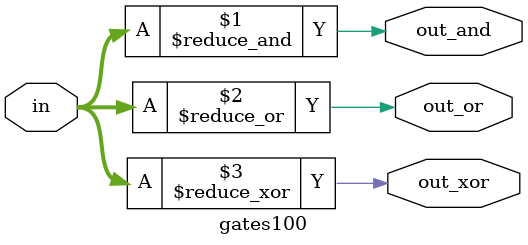
<source format=v>
module gates100 (
  input [99:0] in,
  output out_and,
  output out_or,
  output out_xor

);

  assign out_and = &in;
  assign out_or = |in;
  assign out_xor = ^in;

endmodule




</source>
